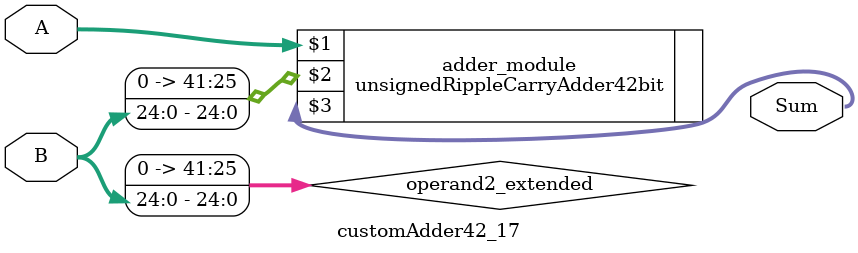
<source format=v>
module customAdder42_17(
                        input [41 : 0] A,
                        input [24 : 0] B,
                        
                        output [42 : 0] Sum
                );

        wire [41 : 0] operand2_extended;
        
        assign operand2_extended =  {17'b0, B};
        
        unsignedRippleCarryAdder42bit adder_module(
            A,
            operand2_extended,
            Sum
        );
        
        endmodule
        
</source>
